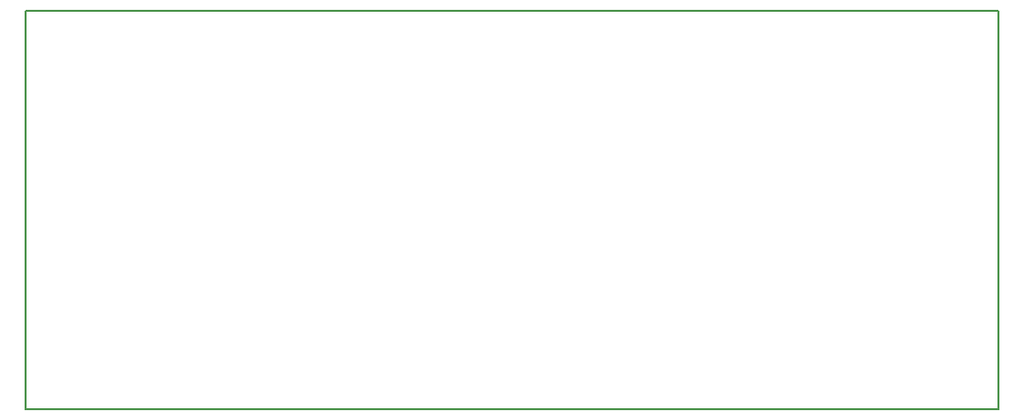
<source format=gbr>
G04 DipTrace 3.0.0.1*
G04 BoardOutline.gbr*
%MOIN*%
G04 #@! TF.FileFunction,Profile*
G04 #@! TF.Part,Single*
%ADD11C,0.005512*%
%FSLAX26Y26*%
G04*
G70*
G90*
G75*
G01*
G04 BoardOutline*
%LPD*%
X393701Y1743307D2*
D11*
X3692126D1*
Y393701D1*
X393701D1*
Y1743307D1*
M02*

</source>
